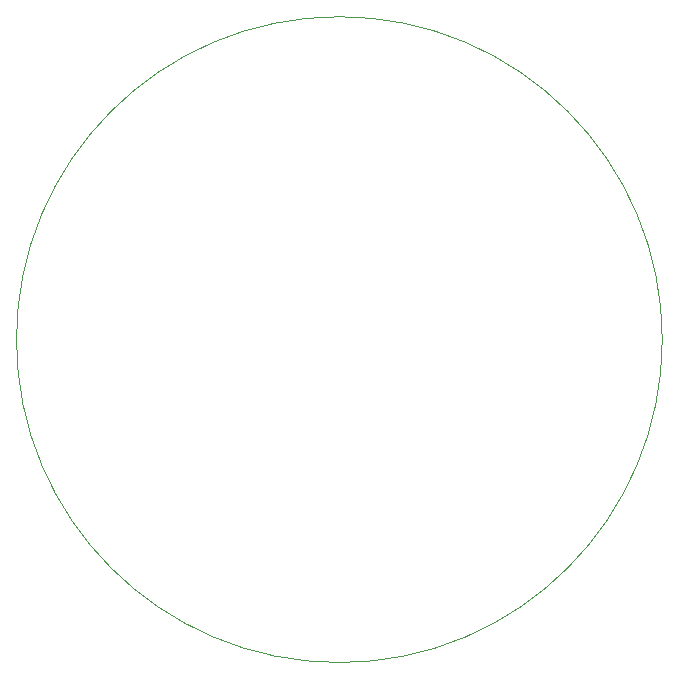
<source format=gbr>
%TF.GenerationSoftware,KiCad,Pcbnew,(5.1.6-0-10_14)*%
%TF.CreationDate,2021-08-24T22:52:38-05:00*%
%TF.ProjectId,led_lights,6c65645f-6c69-4676-9874-732e6b696361,rev?*%
%TF.SameCoordinates,Original*%
%TF.FileFunction,Profile,NP*%
%FSLAX46Y46*%
G04 Gerber Fmt 4.6, Leading zero omitted, Abs format (unit mm)*
G04 Created by KiCad (PCBNEW (5.1.6-0-10_14)) date 2021-08-24 22:52:38*
%MOMM*%
%LPD*%
G01*
G04 APERTURE LIST*
%TA.AperFunction,Profile*%
%ADD10C,0.050000*%
%TD*%
G04 APERTURE END LIST*
D10*
X221320006Y110560000D02*
G75*
G03*
X221320006Y110560000I-27340006J0D01*
G01*
M02*

</source>
